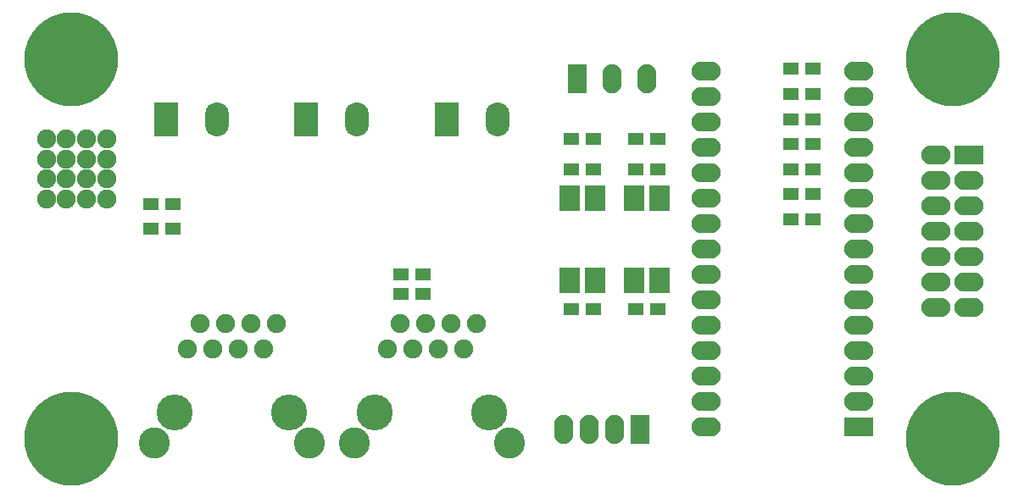
<source format=gbr>
G04 #@! TF.FileFunction,Soldermask,Top*
%FSLAX46Y46*%
G04 Gerber Fmt 4.6, Leading zero omitted, Abs format (unit mm)*
G04 Created by KiCad (PCBNEW 4.0.5+dfsg1-4) date Sat Aug 26 21:12:24 2017*
%MOMM*%
%LPD*%
G01*
G04 APERTURE LIST*
%ADD10C,0.100000*%
%ADD11C,3.100000*%
%ADD12C,3.600000*%
%ADD13C,1.900000*%
%ADD14R,2.100000X2.600000*%
%ADD15O,2.900000X1.900000*%
%ADD16R,2.900000X1.900000*%
%ADD17R,1.600000X1.300000*%
%ADD18R,1.900000X2.900000*%
%ADD19O,1.900000X2.900000*%
%ADD20R,2.400000X3.400000*%
%ADD21O,2.400000X3.400000*%
%ADD22C,9.400000*%
G04 APERTURE END LIST*
D10*
D11*
X124745000Y-119400000D03*
X109245000Y-119400000D03*
D12*
X122710000Y-116350000D03*
D13*
X112550000Y-110000000D03*
X115090000Y-110000000D03*
X117630000Y-110000000D03*
X120170000Y-110000000D03*
X121440000Y-107460000D03*
X118900000Y-107460000D03*
X116360000Y-107460000D03*
X113820000Y-107460000D03*
D12*
X111280000Y-116350000D03*
D13*
X104500000Y-95000000D03*
X102500000Y-95000000D03*
X100500000Y-95000000D03*
X98500000Y-95000000D03*
X104500000Y-93000000D03*
X102500000Y-93000000D03*
X100500000Y-93000000D03*
X98500000Y-93000000D03*
X104500000Y-91000000D03*
X102500000Y-91000000D03*
X100500000Y-91000000D03*
X98500000Y-91000000D03*
X104500000Y-89000000D03*
X102500000Y-89000000D03*
X100500000Y-89000000D03*
D14*
X159770000Y-94900000D03*
X159770000Y-103099999D03*
X157230000Y-94900000D03*
X157230000Y-103099999D03*
D15*
X164380000Y-117780000D03*
D16*
X179620000Y-117780000D03*
D15*
X164380000Y-115240000D03*
X179620000Y-115240000D03*
X164380000Y-112700000D03*
X179620000Y-112700000D03*
X164380000Y-110160000D03*
X179620000Y-110160000D03*
X164380000Y-107620000D03*
X179620000Y-107620000D03*
X164380000Y-105080000D03*
X179620000Y-105080000D03*
X164380000Y-102540000D03*
X179620000Y-102540000D03*
X164380000Y-100000000D03*
X179620000Y-100000000D03*
X164380000Y-97460000D03*
X179620000Y-97460000D03*
X164380000Y-94920000D03*
X179620000Y-94920000D03*
X164380000Y-92380000D03*
X179620000Y-92380000D03*
X164380000Y-89840000D03*
X179620000Y-89840000D03*
X164380000Y-87300000D03*
X179620000Y-87300000D03*
X164380000Y-84760000D03*
X179620000Y-84760000D03*
X164380000Y-82220000D03*
X179620000Y-82220000D03*
D16*
X190670000Y-90610000D03*
D15*
X190670000Y-93150000D03*
X190670000Y-95690000D03*
X190670000Y-98230000D03*
X190670000Y-100770000D03*
X190670000Y-103310000D03*
X190670000Y-105850000D03*
X187330000Y-105850000D03*
X187330000Y-103310000D03*
X187330000Y-100770000D03*
X187330000Y-98230000D03*
X187330000Y-95690000D03*
X187330000Y-93150000D03*
X187330000Y-90610000D03*
D17*
X150900000Y-92000000D03*
X153100000Y-92000000D03*
X157400000Y-92000000D03*
X159600000Y-92000000D03*
X153100000Y-89000000D03*
X150900000Y-89000000D03*
X159600000Y-89000000D03*
X157400000Y-89000000D03*
X175100000Y-82000000D03*
X172900000Y-82000000D03*
X175100000Y-84500000D03*
X172900000Y-84500000D03*
X175100000Y-87000000D03*
X172900000Y-87000000D03*
X175100000Y-89500000D03*
X172900000Y-89500000D03*
X175100000Y-92000000D03*
X172900000Y-92000000D03*
X175100000Y-94500000D03*
X172900000Y-94500000D03*
X150900000Y-106000000D03*
X153100000Y-106000000D03*
X157400000Y-106000000D03*
X159600000Y-106000000D03*
X175100000Y-97000000D03*
X172900000Y-97000000D03*
X133900000Y-102500000D03*
X136100000Y-102500000D03*
X133900000Y-104500000D03*
X136100000Y-104500000D03*
X108900000Y-95500000D03*
X111100000Y-95500000D03*
X108900000Y-98000000D03*
X111100000Y-98000000D03*
D14*
X153270000Y-94900000D03*
X153270000Y-103099999D03*
X150730000Y-94900000D03*
X150730000Y-103099999D03*
D18*
X157810000Y-118000000D03*
D19*
X155270000Y-118000000D03*
X152730000Y-118000000D03*
X150190000Y-118000000D03*
D20*
X110460000Y-87000000D03*
D21*
X115540000Y-87000000D03*
D20*
X124460000Y-87000000D03*
D21*
X129540000Y-87000000D03*
D20*
X138460000Y-87000000D03*
D21*
X143540000Y-87000000D03*
D18*
X151500000Y-83000000D03*
D19*
X155000000Y-83000000D03*
X158500000Y-83000000D03*
D11*
X144745000Y-119400000D03*
X129245000Y-119400000D03*
D12*
X142710000Y-116350000D03*
D13*
X132550000Y-110000000D03*
X135090000Y-110000000D03*
X137630000Y-110000000D03*
X140170000Y-110000000D03*
X141440000Y-107460000D03*
X138900000Y-107460000D03*
X136360000Y-107460000D03*
X133820000Y-107460000D03*
D12*
X131280000Y-116350000D03*
D22*
X189000000Y-119000000D03*
X101000000Y-119000000D03*
X101000000Y-81000000D03*
X189000000Y-81000000D03*
D13*
X98500000Y-89000000D03*
M02*

</source>
